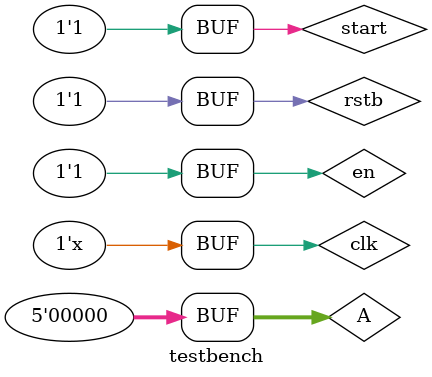
<source format=v>
`timescale 1ns / 1ps


module testbench;

    parameter WEIGHT_WIDTH=5;
    parameter DIMENSION = 128;
    parameter ADDR_WIDTH = 7;
    
    reg start,en,clk,rstb;
    reg [WEIGHT_WIDTH-1:0] A;
    wire [WEIGHT_WIDTH+ADDR_WIDTH:0] S;


    accumulator UUT(.clk(clk), .start(start), .en(en),.rstb(rstb),.A(A),.S(S));
        
    always #5 begin
        clk = ~clk;
//        $display("Time = %0t CLK = %0d D = %0d Q = %0d A = %0d WEB = %0d CEB = %0d RSTB = %0d SLP = %0d", $time, CLK, D, Q, A, WEB, CEB, RSTB, SLP);
    end
    
    `define assert(signal, value) \
        if (signal !== value) begin \
            $display("ASSERTION FAILED in %m: signal != value"); \
            $finish; \
        end
    
    initial begin
        $display("Set initial low values");
        clk <= 0;
        start <= 0;
        en <= 0;
        rstb <= 1;
        A <= 0;
        #10
        $display("Apply reset first, then run tests");
        rstb <= 0;
        #100
        rstb <= 1;
        start <= 1;
        en <= 1;
        A <= 10;
        #200
        A <= 0;
//        #10
//        $display("Try writing the number 10 to address 3");
//        D <= 10;
//        A <= 3;
//        #10
//        `assert(Q,10);
//        WEB <= 1;
//        $display("Try changing the address to 5 and write the number 20");
//        #10
//        D <= 20;
//        A <= 5;
//        WEB <= 0;
//        #10
//        `assert(Q,20);
//        WEB <= 1;
//        #10
//        $display("Try changing back to address 3 and checking if it is still 10");
//        A <= 3;
//        #10
//        `assert(Q,10);
//        $display("Try putting CEB to high and check there is no output");
//        CEB <= 1;
//        #10
//        `assert(Q,0);
//        #10 
//        $display("Try putting CEB to low and check there is output");
//        CEB <= 0;
//        #10
//        `assert(Q,10);
//        #10
//        $display("rewrite a value to the register (Address is already 3)");
//        D <= 30;
//        WEB <= 0;
//        #10
//        `assert(Q,30);
//        WEB <= 1;
//        #10
//        $display("Stop the chip enable and check that there is no output");
//        CEB <= 1;
//        #10
//        `assert(Q,0);
//        #10
//        $display("Renable the chip and check there is output");
//        CEB <= 0;
//        #10
//        `assert(Q,30);
//        #10
//        $display("Reset the chip and check that the value has been reset to 0");
//        RSTB <= 0;
//        #10
//        `assert(Q,0);
//        RSTB <= 1;
//        #10
//        $display("Rewrite a value to test there is output");
//        A <= 0;
//        #10
//        D <= 39;
//        WEB <= 0;
//        #10
//        `assert(Q,39);
//        #10
//        $display("Try SLP high and CEB low");
//        SLP <= 1;
//        CEB <= 0;
         

    end

endmodule

</source>
